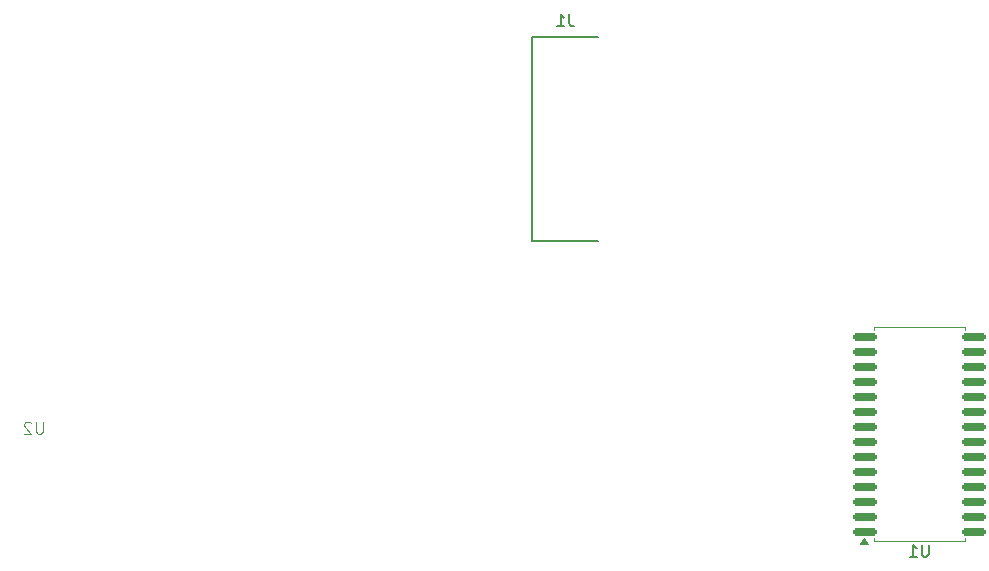
<source format=gbr>
%TF.GenerationSoftware,KiCad,Pcbnew,8.0.6-8.0.6-0~ubuntu24.04.1*%
%TF.CreationDate,2024-10-27T19:43:51+03:00*%
%TF.ProjectId,PM-Keybard,504d2d4b-6579-4626-9172-642e6b696361,rev?*%
%TF.SameCoordinates,Original*%
%TF.FileFunction,Legend,Bot*%
%TF.FilePolarity,Positive*%
%FSLAX46Y46*%
G04 Gerber Fmt 4.6, Leading zero omitted, Abs format (unit mm)*
G04 Created by KiCad (PCBNEW 8.0.6-8.0.6-0~ubuntu24.04.1) date 2024-10-27 19:43:51*
%MOMM*%
%LPD*%
G01*
G04 APERTURE LIST*
G04 Aperture macros list*
%AMRoundRect*
0 Rectangle with rounded corners*
0 $1 Rounding radius*
0 $2 $3 $4 $5 $6 $7 $8 $9 X,Y pos of 4 corners*
0 Add a 4 corners polygon primitive as box body*
4,1,4,$2,$3,$4,$5,$6,$7,$8,$9,$2,$3,0*
0 Add four circle primitives for the rounded corners*
1,1,$1+$1,$2,$3*
1,1,$1+$1,$4,$5*
1,1,$1+$1,$6,$7*
1,1,$1+$1,$8,$9*
0 Add four rect primitives between the rounded corners*
20,1,$1+$1,$2,$3,$4,$5,0*
20,1,$1+$1,$4,$5,$6,$7,0*
20,1,$1+$1,$6,$7,$8,$9,0*
20,1,$1+$1,$8,$9,$2,$3,0*%
G04 Aperture macros list end*
%ADD10C,0.100000*%
%ADD11C,0.150000*%
%ADD12C,0.120000*%
%ADD13C,0.152400*%
%ADD14C,2.200000*%
%ADD15C,3.200000*%
%ADD16O,6.350000X6.350000*%
%ADD17RoundRect,0.150000X-0.875000X-0.150000X0.875000X-0.150000X0.875000X0.150000X-0.875000X0.150000X0*%
%ADD18R,1.803400X0.635000*%
%ADD19R,2.997200X2.590800*%
G04 APERTURE END LIST*
D10*
X-34238096Y1042581D02*
X-34238096Y233058D01*
X-34238096Y233058D02*
X-34285715Y137820D01*
X-34285715Y137820D02*
X-34333334Y90200D01*
X-34333334Y90200D02*
X-34428572Y42581D01*
X-34428572Y42581D02*
X-34619048Y42581D01*
X-34619048Y42581D02*
X-34714286Y90200D01*
X-34714286Y90200D02*
X-34761905Y137820D01*
X-34761905Y137820D02*
X-34809524Y233058D01*
X-34809524Y233058D02*
X-34809524Y1042581D01*
X-35238096Y947343D02*
X-35285715Y994962D01*
X-35285715Y994962D02*
X-35380953Y1042581D01*
X-35380953Y1042581D02*
X-35619048Y1042581D01*
X-35619048Y1042581D02*
X-35714286Y994962D01*
X-35714286Y994962D02*
X-35761905Y947343D01*
X-35761905Y947343D02*
X-35809524Y852105D01*
X-35809524Y852105D02*
X-35809524Y756867D01*
X-35809524Y756867D02*
X-35761905Y614010D01*
X-35761905Y614010D02*
X-35190477Y42581D01*
X-35190477Y42581D02*
X-35809524Y42581D01*
D11*
X40761904Y-9354819D02*
X40761904Y-10164342D01*
X40761904Y-10164342D02*
X40714285Y-10259580D01*
X40714285Y-10259580D02*
X40666666Y-10307200D01*
X40666666Y-10307200D02*
X40571428Y-10354819D01*
X40571428Y-10354819D02*
X40380952Y-10354819D01*
X40380952Y-10354819D02*
X40285714Y-10307200D01*
X40285714Y-10307200D02*
X40238095Y-10259580D01*
X40238095Y-10259580D02*
X40190476Y-10164342D01*
X40190476Y-10164342D02*
X40190476Y-9354819D01*
X39190476Y-10354819D02*
X39761904Y-10354819D01*
X39476190Y-10354819D02*
X39476190Y-9354819D01*
X39476190Y-9354819D02*
X39571428Y-9497676D01*
X39571428Y-9497676D02*
X39666666Y-9592914D01*
X39666666Y-9592914D02*
X39761904Y-9640533D01*
X10333333Y35545181D02*
X10333333Y34830896D01*
X10333333Y34830896D02*
X10380952Y34688039D01*
X10380952Y34688039D02*
X10476190Y34592800D01*
X10476190Y34592800D02*
X10619047Y34545181D01*
X10619047Y34545181D02*
X10714285Y34545181D01*
X9333333Y34545181D02*
X9904761Y34545181D01*
X9619047Y34545181D02*
X9619047Y35545181D01*
X9619047Y35545181D02*
X9714285Y35402324D01*
X9714285Y35402324D02*
X9809523Y35307086D01*
X9809523Y35307086D02*
X9904761Y35259467D01*
D12*
%TO.C,U1*%
X36140000Y9060000D02*
X40000000Y9060000D01*
X36140000Y8815000D02*
X36140000Y9060000D01*
X36140000Y-8815000D02*
X36140000Y-9060000D01*
X36140000Y-9060000D02*
X40000000Y-9060000D01*
X43860000Y9060000D02*
X40000000Y9060000D01*
X43860000Y8815000D02*
X43860000Y9060000D01*
X43860000Y-8815000D02*
X43860000Y-9060000D01*
X43860000Y-9060000D02*
X40000000Y-9060000D01*
X35627500Y-9285000D02*
X34947500Y-9285000D01*
X35287500Y-8815000D01*
X35627500Y-9285000D01*
G36*
X35627500Y-9285000D02*
G01*
X34947500Y-9285000D01*
X35287500Y-8815000D01*
X35627500Y-9285000D01*
G37*
D13*
%TO.C,J1*%
X7218700Y33623300D02*
X7218700Y16376700D01*
X7218700Y16376700D02*
X12781300Y16376700D01*
X12781300Y33623300D02*
X7218700Y33623300D01*
%TD*%
%LPC*%
D14*
%TO.C,U2*%
X-11000000Y45000000D03*
X-11000000Y-45000000D03*
X-45000000Y45000000D03*
X-45000000Y-45000000D03*
%TD*%
D15*
%TO.C,H2*%
X32000000Y46000000D03*
%TD*%
D16*
%TO.C,PE1*%
X32000000Y-46000000D03*
%TD*%
D15*
%TO.C,H1*%
X-46000000Y32000000D03*
%TD*%
%TO.C,H3*%
X-46000000Y-32000000D03*
%TD*%
D17*
%TO.C,U1*%
X35350000Y-8255000D03*
X35350000Y-6985000D03*
X35350000Y-5715000D03*
X35350000Y-4445000D03*
X35350000Y-3175000D03*
X35350000Y-1905000D03*
X35350000Y-635000D03*
X35350000Y635000D03*
X35350000Y1905000D03*
X35350000Y3175000D03*
X35350000Y4445000D03*
X35350000Y5715000D03*
X35350000Y6985000D03*
X35350000Y8255000D03*
X44650000Y8255000D03*
X44650000Y6985000D03*
X44650000Y5715000D03*
X44650000Y4445000D03*
X44650000Y3175000D03*
X44650000Y1905000D03*
X44650000Y635000D03*
X44650000Y-635000D03*
X44650000Y-1905000D03*
X44650000Y-3175000D03*
X44650000Y-4445000D03*
X44650000Y-5715000D03*
X44650000Y-6985000D03*
X44650000Y-8255000D03*
%TD*%
D18*
%TO.C,J1*%
X13556000Y20500009D03*
X13556000Y21500007D03*
X13556000Y22500005D03*
X13556000Y23500003D03*
X13556000Y24500001D03*
X13556000Y25499999D03*
X13556000Y26499997D03*
X13556000Y27499995D03*
X13556000Y28499993D03*
X13556000Y29499991D03*
D19*
X11385999Y18149998D03*
X11385999Y31850002D03*
%TD*%
%LPD*%
M02*

</source>
